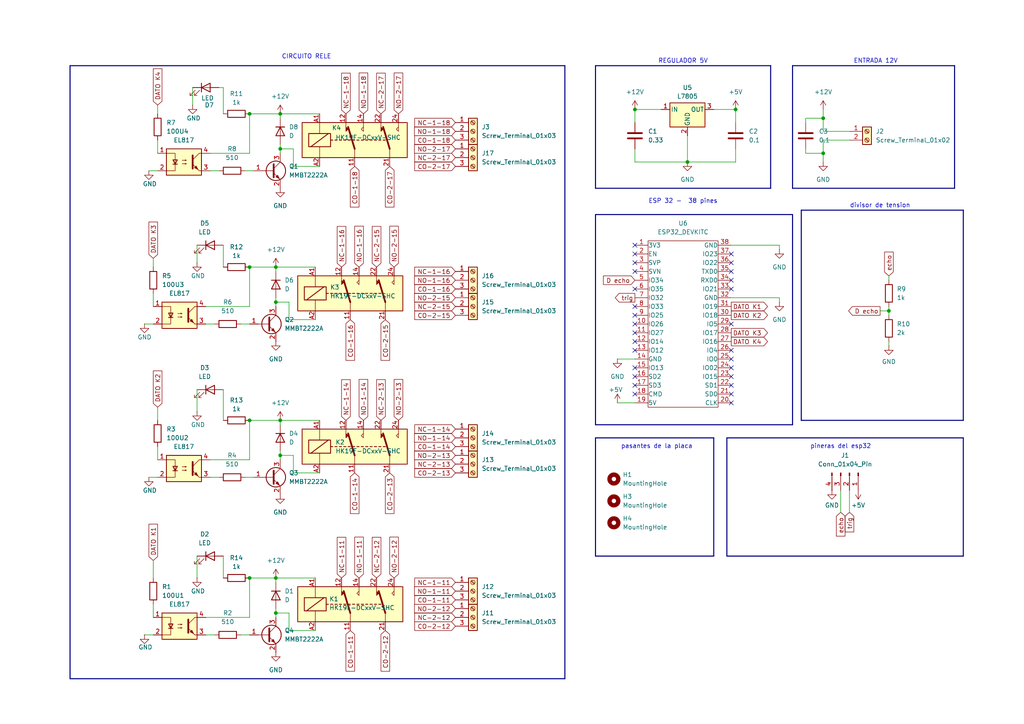
<source format=kicad_sch>
(kicad_sch (version 20250114) (generator "eeschema") (generator_version "9.0")
  (paper "A4")
  (lib_symbols
    (symbol "Connector:Conn_01x04_Pin" (pin_names (offset 1.016) (hide yes))
      (property "Reference" "J" (at 0 5.08 0))
      (property "Value" "Conn_01x04_Pin" (at 0 -7.62 0))
      (symbol "Conn_01x04_Pin_1_1"
        (pin passive line (at 5.08 2.54 180) (length 3.81) (name "Pin_1") (number "1"))
        (pin passive line (at 5.08 0 180) (length 3.81) (name "Pin_2") (number "2"))
        (pin passive line (at 5.08 -2.54 180) (length 3.81) (name "Pin_3") (number "3"))
        (pin passive line (at 5.08 -5.08 180) (length 3.81) (name "Pin_4") (number "4"))
      )
    )
    (symbol "Connector:Screw_Terminal_01x02" (pin_names (offset 1.016) (hide yes))
      (property "Reference" "J" (at 0 2.54 0))
      (property "Value" "Screw_Terminal_01x02" (at 0 -5.08 0))
      (symbol "Screw_Terminal_01x02_1_1"
        (pin passive line (at -5.08 0 0) (length 3.81) (name "Pin_1") (number "1"))
        (pin passive line (at -5.08 -2.54 0) (length 3.81) (name "Pin_2") (number "2"))
      )
    )
    (symbol "Connector:Screw_Terminal_01x03" (pin_names (offset 1.016) (hide yes))
      (property "Reference" "J" (at 0 5.08 0))
      (property "Value" "Screw_Terminal_01x03" (at 0 -5.08 0))
      (symbol "Screw_Terminal_01x03_1_1"
        (pin passive line (at -5.08 2.54 0) (length 3.81) (name "Pin_1") (number "1"))
        (pin passive line (at -5.08 0 0) (length 3.81) (name "Pin_2") (number "2"))
        (pin passive line (at -5.08 -2.54 0) (length 3.81) (name "Pin_3") (number "3"))
      )
    )
    (symbol "Device:C" (pin_numbers (hide yes)) (pin_names (offset 0.254))
      (property "Reference" "C" (at 0.635 2.54 0))
      (property "Value" "C" (at 0.635 -2.54 0))
      (symbol "C_1_1"
        (pin passive line (at 0 3.81 270) (length 2.794) (name "~") (number "1"))
        (pin passive line (at 0 -3.81 90) (length 2.794) (name "~") (number "2"))
      )
    )
    (symbol "Device:D" (pin_numbers (hide yes)) (pin_names (offset 1.016) (hide yes))
      (property "Reference" "D" (at 0 2.54 0))
      (property "Value" "D" (at 0 -2.54 0))
      (symbol "D_1_1"
        (pin passive line (at -3.81 0 0) (length 2.54) (name "K") (number "1"))
        (pin passive line (at 3.81 0 180) (length 2.54) (name "A") (number "2"))
      )
    )
    (symbol "Device:LED" (pin_numbers (hide yes)) (pin_names (offset 1.016) (hide yes))
      (property "Reference" "D" (at 0 2.54 0))
      (property "Value" "LED" (at 0 -2.54 0))
      (symbol "LED_1_1"
        (pin passive line (at -3.81 0 0) (length 2.54) (name "K") (number "1"))
        (pin passive line (at 3.81 0 180) (length 2.54) (name "A") (number "2"))
      )
    )
    (symbol "Device:R" (pin_numbers (hide yes)) (pin_names (offset 0))
      (property "Reference" "R" (at 2.032 0 90))
      (property "Value" "R" (at 0 0 90))
      (symbol "R_1_1"
        (pin passive line (at 0 3.81 270) (length 1.27) (name "~") (number "1"))
        (pin passive line (at 0 -3.81 90) (length 1.27) (name "~") (number "2"))
      )
    )
    (symbol "EESTN5:ESP32_DEVKITC" (pin_names (offset 0.0254))
      (property "Reference" "U" (at 0 25.4 0))
      (property "Value" "ESP32_DEVKITC" (at 0 -25.4 0))
      (symbol "ESP32_DEVKITC_1_1"
        (pin passive line (at -13.97 22.86 0) (length 3.81) (name "3V3") (number "1"))
        (pin passive line (at -13.97 20.32 0) (length 3.81) (name "EN") (number "2"))
        (pin passive line (at -13.97 17.78 0) (length 3.81) (name "SVP") (number "3"))
        (pin passive line (at -13.97 15.24 0) (length 3.81) (name "SVN") (number "4"))
        (pin passive line (at -13.97 12.7 0) (length 3.81) (name "IO34") (number "5"))
        (pin passive line (at -13.97 10.16 0) (length 3.81) (name "IO35") (number "6"))
        (pin passive line (at -13.97 7.62 0) (length 3.81) (name "IO32") (number "7"))
        (pin passive line (at -13.97 5.08 0) (length 3.81) (name "IO33") (number "8"))
        (pin passive line (at -13.97 2.54 0) (length 3.81) (name "IO25") (number "9"))
        (pin passive line (at -13.97 0 0) (length 3.81) (name "IO26") (number "10"))
        (pin passive line (at -13.97 -2.54 0) (length 3.81) (name "IO27") (number "11"))
        (pin passive line (at -13.97 -5.08 0) (length 3.81) (name "IO14") (number "12"))
        (pin passive line (at -13.97 -7.62 0) (length 3.81) (name "IO12") (number "13"))
        (pin passive line (at -13.97 -10.16 0) (length 3.81) (name "GND") (number "14"))
        (pin passive line (at -13.97 -12.7 0) (length 3.81) (name "IO13") (number "15"))
        (pin passive line (at -13.97 -15.24 0) (length 3.81) (name "SD2") (number "16"))
        (pin passive line (at -13.97 -17.78 0) (length 3.81) (name "SD3") (number "17"))
        (pin passive line (at -13.97 -20.32 0) (length 3.81) (name "CMD") (number "18"))
        (pin passive line (at -13.97 -22.86 0) (length 3.81) (name "5V") (number "19"))
        (pin passive line (at 13.97 22.86 180) (length 3.81) (name "GND") (number "38"))
        (pin passive line (at 13.97 20.32 180) (length 3.81) (name "IO23") (number "37"))
        (pin passive line (at 13.97 17.78 180) (length 3.81) (name "IO22") (number "36"))
        (pin passive line (at 13.97 15.24 180) (length 3.81) (name "TXD0") (number "35"))
        (pin passive line (at 13.97 12.7 180) (length 3.81) (name "RXD0") (number "34"))
        (pin passive line (at 13.97 10.16 180) (length 3.81) (name "IO21") (number "33"))
        (pin passive line (at 13.97 7.62 180) (length 3.81) (name "GND") (number "32"))
        (pin passive line (at 13.97 5.08 180) (length 3.81) (name "IO19") (number "31"))
        (pin passive line (at 13.97 2.54 180) (length 3.81) (name "IO18") (number "30"))
        (pin passive line (at 13.97 0 180) (length 3.81) (name "IO5") (number "29"))
        (pin passive line (at 13.97 -2.54 180) (length 3.81) (name "IO17") (number "28"))
        (pin passive line (at 13.97 -5.08 180) (length 3.81) (name "IO16") (number "27"))
        (pin passive line (at 13.97 -7.62 180) (length 3.81) (name "IO4") (number "26"))
        (pin passive line (at 13.97 -10.16 180) (length 3.81) (name "IO0") (number "25"))
        (pin passive line (at 13.97 -12.7 180) (length 3.81) (name "IO02") (number "24"))
        (pin passive line (at 13.97 -15.24 180) (length 3.81) (name "IO15") (number "23"))
        (pin passive line (at 13.97 -17.78 180) (length 3.81) (name "SD1") (number "22"))
        (pin passive line (at 13.97 -20.32 180) (length 3.81) (name "SD0") (number "21"))
        (pin passive line (at 13.97 -22.86 180) (length 3.81) (name "CLK") (number "20"))
      )
    )
    (symbol "Isolator:EL817" (pin_names (offset 1.016))
      (property "Reference" "U" (at -5.08 5.08 0))
      (property "Value" "EL817" (at 0 5.08 0))
      (symbol "EL817_1_1"
        (pin passive line (at -7.62 2.54 0) (length 2.54) (name "~") (number "1"))
        (pin passive line (at -7.62 -2.54 0) (length 2.54) (name "~") (number "2"))
        (pin passive line (at 7.62 2.54 180) (length 2.54) (name "~") (number "4"))
        (pin passive line (at 7.62 -2.54 180) (length 2.54) (name "~") (number "3"))
      )
    )
    (symbol "Mechanical:MountingHole" (pin_names (offset 1.016)) (in_bom no)
      (property "Reference" "H" (at 0 5.08 0))
      (property "Value" "MountingHole" (at 0 3.175 0))
    )
    (symbol "Regulator_Linear:L7805" (pin_names (offset 0.254))
      (property "Reference" "U" (at -3.81 3.175 0))
      (property "Value" "L7805" (at 0 3.175 0))
      (symbol "L7805_1_1"
        (pin power_in line (at -7.62 0 0) (length 2.54) (name "IN") (number "1"))
        (pin power_in line (at 0 -7.62 90) (length 2.54) (name "GND") (number "2"))
        (pin power_out line (at 7.62 0 180) (length 2.54) (name "OUT") (number "3"))
      )
    )
    (symbol "Relay:HK19F-DCxxV-SHC"
      (property "Reference" "K" (at 16.51 3.81 0))
      (property "Value" "HK19F-DCxxV-SHC" (at 16.51 1.27 0))
      (symbol "HK19F-DCxxV-SHC_1_1"
        (pin passive line (at -10.16 7.62 270) (length 2.54) (name "~") (number "A1"))
        (pin passive line (at -10.16 -7.62 90) (length 2.54) (name "~") (number "A2"))
        (pin passive line (at -2.54 7.62 270) (length 2.54) (name "~") (number "12"))
        (pin passive line (at 0 -7.62 90) (length 2.54) (name "~") (number "11"))
        (pin passive line (at 2.54 7.62 270) (length 2.54) (name "~") (number "14"))
        (pin passive line (at 7.62 7.62 270) (length 2.54) (name "~") (number "22"))
        (pin passive line (at 10.16 -7.62 90) (length 2.54) (name "~") (number "21"))
        (pin passive line (at 12.7 7.62 270) (length 2.54) (name "~") (number "24"))
      )
    )
    (symbol "Transistor_BJT:MMBT2222A" (pin_names (offset 0) (hide yes))
      (property "Reference" "Q" (at 5.08 1.905 0))
      (property "Value" "MMBT2222A" (at 5.08 0 0))
      (symbol "MMBT2222A_1_1"
        (pin input line (at -5.08 0 0) (length 2.54) (name "B") (number "1"))
        (pin passive line (at 2.54 5.08 270) (length 2.54) (name "C") (number "3"))
        (pin passive line (at 2.54 -5.08 90) (length 2.54) (name "E") (number "2"))
      )
    )
    (symbol "power:+12C" (power) (pin_numbers (hide yes)) (pin_names (offset 0) (hide yes))
      (property "Value" "+12C" (at 0 3.556 0))
      (symbol "+12C_1_1"
        (pin power_in line (at 0 0 90) (length 0) (name "~") (number "1"))
      )
    )
    (symbol "power:+12V" (power) (pin_numbers (hide yes)) (pin_names (offset 0) (hide yes))
      (property "Value" "+12V" (at 0 3.556 0))
      (symbol "+12V_1_1"
        (pin power_in line (at 0 0 90) (length 0) (name "~") (number "1"))
      )
    )
    (symbol "power:+5V" (power) (pin_numbers (hide yes)) (pin_names (offset 0) (hide yes))
      (property "Value" "+5V" (at 0 3.556 0))
      (symbol "+5V_1_1"
        (pin power_in line (at 0 0 90) (length 0) (name "~") (number "1"))
      )
    )
    (symbol "power:GND" (power) (pin_numbers (hide yes)) (pin_names (offset 0) (hide yes))
      (property "Value" "GND" (at 0 -3.81 0))
      (symbol "GND_1_1"
        (pin power_in line (at 0 0 270) (length 0) (name "~") (number "1"))
      )
    )
  )
  (text "ESP 32 -  38 pines\n" (at 198.12 58.42 0) (effects (font (size 1.27 1.27))))
  (text "ENTRADA 12V\n" (at 254 17.78 0) (effects (font (size 1.27 1.27))))
  (text "pasantes de la placa\n" (at 190.5 129.54 0) (effects (font (size 1.27 1.27))))
  (text "CIRCUITO RELE" (at 88.9 16.51 0) (effects (font (size 1.27 1.27))))
  (text "REGULADOR 5V\n" (at 198.12 17.78 0) (effects (font (size 1.27 1.27))))
  (text "divisor de tension\n" (at 255.27 59.69 0) (effects (font (size 1.27 1.27))))
  (text "pineras del esp32\n" (at 243.84 129.54 0) (effects (font (size 1.27 1.27))))
  (junction (at 72.39 121.92))
  (junction (at 72.39 167.64))
  (junction (at 81.28 33.02))
  (junction (at 184.15 31.75))
  (junction (at 238.76 44.45))
  (junction (at 81.28 132.08))
  (junction (at 80.01 87.63))
  (junction (at 72.39 33.02))
  (junction (at 199.39 46.99))
  (junction (at 81.28 43.18))
  (junction (at 238.76 34.29))
  (junction (at 257.81 90.17))
  (junction (at 80.01 177.8))
  (junction (at 80.01 77.47))
  (junction (at 72.39 77.47))
  (junction (at 80.01 167.64))
  (junction (at 81.28 121.92))
  (junction (at 213.36 31.75))
  (no_connect (at 184.15 96.52))
  (no_connect (at 212.09 106.68))
  (no_connect (at 184.15 83.82))
  (no_connect (at 184.15 99.06))
  (no_connect (at 184.15 106.68))
  (no_connect (at 212.09 109.22))
  (no_connect (at 184.15 76.2))
  (no_connect (at 212.09 114.3))
  (no_connect (at 212.09 116.84))
  (no_connect (at 184.15 114.3))
  (no_connect (at 184.15 71.12))
  (no_connect (at 184.15 109.22))
  (no_connect (at 212.09 73.66))
  (no_connect (at 184.15 101.6))
  (no_connect (at 184.15 111.76))
  (no_connect (at 212.09 101.6))
  (no_connect (at 184.15 78.74))
  (no_connect (at 212.09 83.82))
  (no_connect (at 212.09 111.76))
  (no_connect (at 212.09 76.2))
  (no_connect (at 184.15 93.98))
  (no_connect (at 212.09 81.28))
  (no_connect (at 212.09 104.14))
  (no_connect (at 212.09 93.98))
  (no_connect (at 184.15 88.9))
  (no_connect (at 184.15 91.44))
  (no_connect (at 212.09 78.74))
  (no_connect (at 184.15 73.66))
  (wire (pts (xy 45.72 40.64) (xy 45.72 44.45)))
  (wire (pts (xy 91.44 92.71) (xy 83.82 92.71)))
  (wire (pts (xy 60.96 138.43) (xy 63.5 138.43)))
  (wire (pts (xy 43.18 49.53) (xy 45.72 49.53)))
  (wire (pts (xy 64.77 25.4) (xy 63.5 25.4)))
  (bus (pts (xy 223.52 54.61) (xy 172.72 54.61)))
  (wire (pts (xy 80.01 77.47) (xy 80.01 78.74)))
  (wire (pts (xy 81.28 33.02) (xy 81.28 34.29)))
  (bus (pts (xy 232.41 60.96) (xy 279.4 60.96)))
  (wire (pts (xy 60.96 49.53) (xy 63.5 49.53)))
  (bus (pts (xy 172.72 161.29) (xy 207.01 161.29)))
  (wire (pts (xy 81.28 130.81) (xy 81.28 132.08)))
  (wire (pts (xy 60.96 44.45) (xy 72.39 44.45)))
  (wire (pts (xy 72.39 167.64) (xy 72.39 179.07)))
  (wire (pts (xy 81.28 33.02) (xy 92.71 33.02)))
  (wire (pts (xy 69.85 93.98) (xy 72.39 93.98)))
  (wire (pts (xy 226.06 86.36) (xy 212.09 86.36)))
  (wire (pts (xy 41.91 184.15) (xy 44.45 184.15)))
  (wire (pts (xy 43.18 138.43) (xy 45.72 138.43)))
  (wire (pts (xy 59.69 184.15) (xy 62.23 184.15)))
  (bus (pts (xy 229.87 62.23) (xy 229.87 123.19)))
  (wire (pts (xy 184.15 46.99) (xy 199.39 46.99)))
  (wire (pts (xy 246.38 40.64) (xy 238.76 40.64)))
  (wire (pts (xy 72.39 167.64) (xy 80.01 167.64)))
  (bus (pts (xy 279.4 161.29) (xy 279.4 127)))
  (wire (pts (xy 59.69 93.98) (xy 62.23 93.98)))
  (wire (pts (xy 57.15 71.12) (xy 57.15 76.2)))
  (wire (pts (xy 81.28 132.08) (xy 85.09 132.08)))
  (bus (pts (xy 20.32 19.05) (xy 163.83 19.05)))
  (wire (pts (xy 80.01 177.8) (xy 83.82 177.8)))
  (wire (pts (xy 72.39 33.02) (xy 81.28 33.02)))
  (bus (pts (xy 172.72 127) (xy 172.72 161.29)))
  (wire (pts (xy 238.76 44.45) (xy 238.76 46.99)))
  (wire (pts (xy 83.82 92.71) (xy 83.82 87.63)))
  (wire (pts (xy 257.81 90.17) (xy 257.81 91.44)))
  (wire (pts (xy 64.77 33.02) (xy 64.77 25.4)))
  (wire (pts (xy 233.68 35.56) (xy 233.68 34.29)))
  (wire (pts (xy 238.76 34.29) (xy 238.76 38.1)))
  (wire (pts (xy 238.76 31.75) (xy 238.76 34.29)))
  (bus (pts (xy 232.41 60.96) (xy 232.41 121.92)))
  (wire (pts (xy 255.27 90.17) (xy 257.81 90.17)))
  (wire (pts (xy 184.15 31.75) (xy 184.15 35.56)))
  (wire (pts (xy 80.01 176.53) (xy 80.01 177.8)))
  (wire (pts (xy 71.12 49.53) (xy 73.66 49.53)))
  (wire (pts (xy 257.81 80.01) (xy 257.81 81.28)))
  (bus (pts (xy 229.87 54.61) (xy 276.86 54.61)))
  (wire (pts (xy 41.91 93.98) (xy 44.45 93.98)))
  (wire (pts (xy 233.68 43.18) (xy 233.68 44.45)))
  (wire (pts (xy 59.69 179.07) (xy 72.39 179.07)))
  (wire (pts (xy 44.45 175.26) (xy 44.45 179.07)))
  (wire (pts (xy 226.06 87.63) (xy 226.06 86.36)))
  (wire (pts (xy 243.84 142.24) (xy 243.84 148.59)))
  (bus (pts (xy 229.87 19.05) (xy 276.86 19.05)))
  (wire (pts (xy 213.36 46.99) (xy 213.36 43.18)))
  (wire (pts (xy 257.81 88.9) (xy 257.81 90.17)))
  (wire (pts (xy 69.85 184.15) (xy 72.39 184.15)))
  (wire (pts (xy 238.76 40.64) (xy 238.76 44.45)))
  (wire (pts (xy 257.81 99.06) (xy 257.81 100.33)))
  (wire (pts (xy 81.28 132.08) (xy 81.28 133.35)))
  (wire (pts (xy 80.01 86.36) (xy 80.01 87.63)))
  (wire (pts (xy 207.01 31.75) (xy 213.36 31.75)))
  (wire (pts (xy 44.45 85.09) (xy 44.45 88.9)))
  (wire (pts (xy 80.01 87.63) (xy 80.01 88.9)))
  (bus (pts (xy 172.72 19.05) (xy 223.52 19.05)))
  (wire (pts (xy 81.28 121.92) (xy 92.71 121.92)))
  (wire (pts (xy 45.72 129.54) (xy 45.72 133.35)))
  (wire (pts (xy 191.77 31.75) (xy 184.15 31.75)))
  (wire (pts (xy 45.72 118.11) (xy 45.72 121.92)))
  (wire (pts (xy 80.01 87.63) (xy 83.82 87.63)))
  (wire (pts (xy 64.77 113.03) (xy 64.77 121.92)))
  (wire (pts (xy 55.88 25.4) (xy 55.88 30.48)))
  (wire (pts (xy 80.01 177.8) (xy 80.01 179.07)))
  (bus (pts (xy 210.82 127) (xy 279.4 127)))
  (wire (pts (xy 45.72 30.48) (xy 45.72 33.02)))
  (wire (pts (xy 81.28 43.18) (xy 85.09 43.18)))
  (wire (pts (xy 179.07 104.14) (xy 184.15 104.14)))
  (wire (pts (xy 44.45 74.93) (xy 44.45 77.47)))
  (bus (pts (xy 172.72 62.23) (xy 172.72 123.19)))
  (wire (pts (xy 92.71 48.26) (xy 85.09 48.26)))
  (wire (pts (xy 184.15 43.18) (xy 184.15 46.99)))
  (wire (pts (xy 85.09 137.16) (xy 85.09 132.08)))
  (wire (pts (xy 80.01 167.64) (xy 80.01 168.91)))
  (wire (pts (xy 72.39 121.92) (xy 72.39 133.35)))
  (wire (pts (xy 59.69 88.9) (xy 72.39 88.9)))
  (wire (pts (xy 81.28 121.92) (xy 81.28 123.19)))
  (bus (pts (xy 172.72 62.23) (xy 229.87 62.23)))
  (wire (pts (xy 72.39 33.02) (xy 72.39 44.45)))
  (wire (pts (xy 72.39 77.47) (xy 80.01 77.47)))
  (wire (pts (xy 199.39 46.99) (xy 213.36 46.99)))
  (wire (pts (xy 238.76 38.1) (xy 246.38 38.1)))
  (bus (pts (xy 172.72 19.05) (xy 172.72 54.61)))
  (bus (pts (xy 163.83 196.85) (xy 163.83 19.05)))
  (bus (pts (xy 210.82 161.29) (xy 279.4 161.29)))
  (wire (pts (xy 57.15 113.03) (xy 57.15 119.38)))
  (bus (pts (xy 207.01 161.29) (xy 207.01 127)))
  (wire (pts (xy 72.39 77.47) (xy 72.39 88.9)))
  (wire (pts (xy 80.01 167.64) (xy 91.44 167.64)))
  (wire (pts (xy 246.38 142.24) (xy 246.38 148.59)))
  (bus (pts (xy 210.82 127) (xy 210.82 161.29)))
  (bus (pts (xy 276.86 19.05) (xy 276.86 54.61)))
  (wire (pts (xy 81.28 41.91) (xy 81.28 43.18)))
  (wire (pts (xy 92.71 137.16) (xy 85.09 137.16)))
  (wire (pts (xy 64.77 77.47) (xy 64.77 71.12)))
  (wire (pts (xy 72.39 121.92) (xy 81.28 121.92)))
  (bus (pts (xy 229.87 123.19) (xy 172.72 123.19)))
  (wire (pts (xy 199.39 39.37) (xy 199.39 46.99)))
  (wire (pts (xy 179.07 116.84) (xy 184.15 116.84)))
  (wire (pts (xy 64.77 167.64) (xy 64.77 161.29)))
  (wire (pts (xy 91.44 182.88) (xy 83.82 182.88)))
  (wire (pts (xy 233.68 34.29) (xy 238.76 34.29)))
  (wire (pts (xy 81.28 43.18) (xy 81.28 44.45)))
  (wire (pts (xy 233.68 44.45) (xy 238.76 44.45)))
  (wire (pts (xy 85.09 48.26) (xy 85.09 43.18)))
  (wire (pts (xy 226.06 71.12) (xy 226.06 72.39)))
  (bus (pts (xy 229.87 54.61) (xy 229.87 19.05)))
  (wire (pts (xy 213.36 31.75) (xy 213.36 35.56)))
  (bus (pts (xy 20.32 196.85) (xy 163.83 196.85)))
  (wire (pts (xy 57.15 161.29) (xy 57.15 167.64)))
  (bus (pts (xy 172.72 127) (xy 207.01 127)))
  (bus (pts (xy 279.4 121.92) (xy 279.4 60.96)))
  (bus (pts (xy 232.41 121.92) (xy 279.4 121.92)))
  (wire (pts (xy 212.09 71.12) (xy 226.06 71.12)))
  (wire (pts (xy 80.01 77.47) (xy 91.44 77.47)))
  (wire (pts (xy 71.12 138.43) (xy 73.66 138.43)))
  (bus (pts (xy 223.52 19.05) (xy 223.52 54.61)))
  (bus (pts (xy 20.32 19.05) (xy 20.32 196.85)))
  (wire (pts (xy 83.82 182.88) (xy 83.82 177.8)))
  (wire (pts (xy 60.96 133.35) (xy 72.39 133.35)))
  (wire (pts (xy 44.45 162.56) (xy 44.45 167.64)))
  (global_label "NC-1-18" (shape input) (at 100.33 33.02 90) (property "Intersheetrefs" "${INTERSHEET_REFS}" (effects (hide yes))))
  (global_label "NC-2-15" (shape input) (at 132.08 88.9 180) (property "Intersheetrefs" "${INTERSHEET_REFS}" (effects (hide yes))))
  (global_label "NO-2-15" (shape input) (at 114.3 77.47 90) (property "Intersheetrefs" "${INTERSHEET_REFS}" (effects (hide yes))))
  (global_label "NO-2-13" (shape input) (at 115.57 121.92 90) (property "Intersheetrefs" "${INTERSHEET_REFS}" (effects (hide yes))))
  (global_label "NO-2-13" (shape input) (at 132.08 132.08 180) (property "Intersheetrefs" "${INTERSHEET_REFS}" (effects (hide yes))))
  (global_label "CO-1-11" (shape input) (at 132.08 173.99 180) (property "Intersheetrefs" "${INTERSHEET_REFS}" (effects (hide yes))))
  (global_label "NC-2-12" (shape input) (at 132.08 179.07 180) (property "Intersheetrefs" "${INTERSHEET_REFS}" (effects (hide yes))))
  (global_label "NO-1-18" (shape input) (at 105.41 33.02 90) (property "Intersheetrefs" "${INTERSHEET_REFS}" (effects (hide yes))))
  (global_label "NO-2-17" (shape input) (at 132.08 43.18 180) (property "Intersheetrefs" "${INTERSHEET_REFS}" (effects (hide yes))))
  (global_label "NC-2-13" (shape input) (at 132.08 134.62 180) (property "Intersheetrefs" "${INTERSHEET_REFS}" (effects (hide yes))))
  (global_label "CO-2-12" (shape input) (at 132.08 181.61 180) (property "Intersheetrefs" "${INTERSHEET_REFS}" (effects (hide yes))))
  (global_label "NC-2-13" (shape input) (at 110.49 121.92 90) (property "Intersheetrefs" "${INTERSHEET_REFS}" (effects (hide yes))))
  (global_label "NO-1-16" (shape input) (at 104.14 77.47 90) (property "Intersheetrefs" "${INTERSHEET_REFS}" (effects (hide yes))))
  (global_label "DATO K4" (shape input) (at 45.72 30.48 90) (property "Intersheetrefs" "${INTERSHEET_REFS}" (effects (hide yes))))
  (global_label "CO-2-12" (shape input) (at 111.76 182.88 270) (property "Intersheetrefs" "${INTERSHEET_REFS}" (effects (hide yes))))
  (global_label "CO-2-15" (shape input) (at 111.76 92.71 270) (property "Intersheetrefs" "${INTERSHEET_REFS}" (effects (hide yes))))
  (global_label "NO-2-12" (shape input) (at 114.3 167.64 90) (property "Intersheetrefs" "${INTERSHEET_REFS}" (effects (hide yes))))
  (global_label "NO-1-11" (shape input) (at 132.08 171.45 180) (property "Intersheetrefs" "${INTERSHEET_REFS}" (effects (hide yes))))
  (global_label "CO-2-15" (shape input) (at 132.08 91.44 180) (property "Intersheetrefs" "${INTERSHEET_REFS}" (effects (hide yes))))
  (global_label "echo" (shape input) (at 243.84 148.59 270) (property "Intersheetrefs" "${INTERSHEET_REFS}" (effects (hide yes))))
  (global_label "NC-1-11" (shape input) (at 132.08 168.91 180) (property "Intersheetrefs" "${INTERSHEET_REFS}" (effects (hide yes))))
  (global_label "NC-2-17" (shape input) (at 132.08 45.72 180) (property "Intersheetrefs" "${INTERSHEET_REFS}" (effects (hide yes))))
  (global_label "D echo" (shape output) (at 255.27 90.17 180) (property "Intersheetrefs" "${INTERSHEET_REFS}" (effects (hide yes))))
  (global_label "NO-1-16" (shape input) (at 132.08 81.28 180) (property "Intersheetrefs" "${INTERSHEET_REFS}" (effects (hide yes))))
  (global_label "CO-2-17" (shape input) (at 132.08 48.26 180) (property "Intersheetrefs" "${INTERSHEET_REFS}" (effects (hide yes))))
  (global_label "DATO K1" (shape input) (at 44.45 162.56 90) (property "Intersheetrefs" "${INTERSHEET_REFS}" (effects (hide yes))))
  (global_label "NC-1-16" (shape input) (at 99.06 77.47 90) (property "Intersheetrefs" "${INTERSHEET_REFS}" (effects (hide yes))))
  (global_label "CO-2-13" (shape input) (at 113.03 137.16 270) (property "Intersheetrefs" "${INTERSHEET_REFS}" (effects (hide yes))))
  (global_label "echo" (shape input) (at 257.81 80.01 90) (property "Intersheetrefs" "${INTERSHEET_REFS}" (effects (hide yes))))
  (global_label "NO-2-15" (shape input) (at 132.08 86.36 180) (property "Intersheetrefs" "${INTERSHEET_REFS}" (effects (hide yes))))
  (global_label "NC-1-18" (shape input) (at 132.08 35.56 180) (property "Intersheetrefs" "${INTERSHEET_REFS}" (effects (hide yes))))
  (global_label "CO-1-16" (shape input) (at 132.08 83.82 180) (property "Intersheetrefs" "${INTERSHEET_REFS}" (effects (hide yes))))
  (global_label "NC-1-11" (shape input) (at 99.06 167.64 90) (property "Intersheetrefs" "${INTERSHEET_REFS}" (effects (hide yes))))
  (global_label "NC-2-17" (shape input) (at 110.49 33.02 90) (property "Intersheetrefs" "${INTERSHEET_REFS}" (effects (hide yes))))
  (global_label "CO-1-18" (shape input) (at 132.08 40.64 180) (property "Intersheetrefs" "${INTERSHEET_REFS}" (effects (hide yes))))
  (global_label "CO-1-18" (shape input) (at 102.87 48.26 270) (property "Intersheetrefs" "${INTERSHEET_REFS}" (effects (hide yes))))
  (global_label "D echo" (shape input) (at 184.15 81.28 180) (property "Intersheetrefs" "${INTERSHEET_REFS}" (effects (hide yes))))
  (global_label "NO-1-14" (shape input) (at 132.08 127 180) (property "Intersheetrefs" "${INTERSHEET_REFS}" (effects (hide yes))))
  (global_label "NC-1-16" (shape input) (at 132.08 78.74 180) (property "Intersheetrefs" "${INTERSHEET_REFS}" (effects (hide yes))))
  (global_label "CO-1-14" (shape input) (at 102.87 137.16 270) (property "Intersheetrefs" "${INTERSHEET_REFS}" (effects (hide yes))))
  (global_label "NO-2-17" (shape input) (at 115.57 33.02 90) (property "Intersheetrefs" "${INTERSHEET_REFS}" (effects (hide yes))))
  (global_label "NO-1-11" (shape input) (at 104.14 167.64 90) (property "Intersheetrefs" "${INTERSHEET_REFS}" (effects (hide yes))))
  (global_label "NC-1-14" (shape input) (at 132.08 124.46 180) (property "Intersheetrefs" "${INTERSHEET_REFS}" (effects (hide yes))))
  (global_label "trig" (shape output) (at 184.15 86.36 180) (property "Intersheetrefs" "${INTERSHEET_REFS}" (effects (hide yes))))
  (global_label "NC-2-12" (shape input) (at 109.22 167.64 90) (property "Intersheetrefs" "${INTERSHEET_REFS}" (effects (hide yes))))
  (global_label "DATO K4" (shape output) (at 212.09 99.06 0) (property "Intersheetrefs" "${INTERSHEET_REFS}" (effects (hide yes))))
  (global_label "DATO K2" (shape output) (at 212.09 91.44 0) (property "Intersheetrefs" "${INTERSHEET_REFS}" (effects (hide yes))))
  (global_label "DATO K1" (shape output) (at 212.09 88.9 0) (property "Intersheetrefs" "${INTERSHEET_REFS}" (effects (hide yes))))
  (global_label "NC-1-14" (shape input) (at 100.33 121.92 90) (property "Intersheetrefs" "${INTERSHEET_REFS}" (effects (hide yes))))
  (global_label "trig" (shape input) (at 246.38 148.59 270) (property "Intersheetrefs" "${INTERSHEET_REFS}" (effects (hide yes))))
  (global_label "CO-2-13" (shape input) (at 132.08 137.16 180) (property "Intersheetrefs" "${INTERSHEET_REFS}" (effects (hide yes))))
  (global_label "CO-1-11" (shape input) (at 101.6 182.88 270) (property "Intersheetrefs" "${INTERSHEET_REFS}" (effects (hide yes))))
  (global_label "DATO K3" (shape input) (at 44.45 74.93 90) (property "Intersheetrefs" "${INTERSHEET_REFS}" (effects (hide yes))))
  (global_label "CO-2-17" (shape input) (at 113.03 48.26 270) (property "Intersheetrefs" "${INTERSHEET_REFS}" (effects (hide yes))))
  (global_label "NO-1-18" (shape input) (at 132.08 38.1 180) (property "Intersheetrefs" "${INTERSHEET_REFS}" (effects (hide yes))))
  (global_label "NO-1-14" (shape input) (at 105.41 121.92 90) (property "Intersheetrefs" "${INTERSHEET_REFS}" (effects (hide yes))))
  (global_label "DATO K2" (shape input) (at 45.72 118.11 90) (property "Intersheetrefs" "${INTERSHEET_REFS}" (effects (hide yes))))
  (global_label "NO-2-12" (shape input) (at 132.08 176.53 180) (property "Intersheetrefs" "${INTERSHEET_REFS}" (effects (hide yes))))
  (global_label "CO-1-16" (shape input) (at 101.6 92.71 270) (property "Intersheetrefs" "${INTERSHEET_REFS}" (effects (hide yes))))
  (global_label "NC-2-15" (shape input) (at 109.22 77.47 90) (property "Intersheetrefs" "${INTERSHEET_REFS}" (effects (hide yes))))
  (global_label "DATO K3" (shape output) (at 212.09 96.52 0) (property "Intersheetrefs" "${INTERSHEET_REFS}" (effects (hide yes))))
  (global_label "CO-1-14" (shape input) (at 132.08 129.54 180) (property "Intersheetrefs" "${INTERSHEET_REFS}" (effects (hide yes))))
  (symbol (lib_id "Mechanical:MountingHole") (at 178.054 145.288 0) (unit 1) (in_bom no)
    (property "Reference" "H3" (at 180.594 144.0179 0) (effects (justify left)))
    (property "Value" "MountingHole" (at 180.594 146.5579 0) (effects (justify left)))
    (property "Footprint" "MountingHole:MountingHole_2.1mm" (effects (hide yes)))
    (property "Description" "Mounting Hole without connection" (effects (hide yes)))
  )
  (symbol (lib_id "power:GND") (at 257.81 100.33 0) (unit 1)
    (property "Reference" "#PWR015" (effects (hide yes)))
    (property "Value" "GND" (at 257.81 104.902 0))
    (property "Description" "Power symbol creates a global label with name \"GND\" , ground" (effects (hide yes)))
  )
  (symbol (lib_id "Transistor_BJT:MMBT2222A") (at 77.47 184.15 0) (unit 1)
    (property "Reference" "Q4" (at 82.55 182.8799 0) (effects (justify left)))
    (property "Value" "MMBT2222A" (at 82.55 185.4199 0) (effects (justify left)))
    (property "Footprint" "Package_TO_SOT_SMD:SOT-23" (effects (hide yes)))
    (property "Datasheet" "https://assets.nexperia.com/documents/data-sheet/MMBT2222A.pdf" (effects (hide yes)))
    (property "Description" "600mA Ic, 40V Vce, NPN Transistor, SOT-23" (effects (hide yes)))
  )
  (symbol (lib_id "Transistor_BJT:MMBT2222A") (at 78.74 49.53 0) (unit 1)
    (property "Reference" "Q1" (at 83.82 48.2599 0) (effects (justify left)))
    (property "Value" "MMBT2222A" (at 83.82 50.7999 0) (effects (justify left)))
    (property "Footprint" "Package_TO_SOT_SMD:SOT-23" (effects (hide yes)))
    (property "Datasheet" "https://assets.nexperia.com/documents/data-sheet/MMBT2222A.pdf" (effects (hide yes)))
    (property "Description" "600mA Ic, 40V Vce, NPN Transistor, SOT-23" (effects (hide yes)))
  )
  (symbol (lib_id "Isolator:EL817") (at 52.07 91.44 0) (unit 1)
    (property "Reference" "U3" (at 52.07 82.55 0))
    (property "Value" "EL817" (at 52.07 85.09 0))
    (property "Footprint" "Package_DIP:DIP-4_W7.62mm" (effects (hide yes)))
    (property "Datasheet" "http://www.everlight.com/file/ProductFile/EL817.pdf" (effects (hide yes)))
    (property "Description" "DC Optocoupler, Vce 35V, DIP-4" (effects (hide yes)))
  )
  (symbol (lib_id "power:GND") (at 80.01 99.06 0) (unit 1)
    (property "Reference" "#PWR06" (effects (hide yes)))
    (property "Value" "GND" (at 80.01 104.14 0))
    (property "Description" "Power symbol creates a global label with name \"GND\" , ground" (effects (hide yes)))
  )
  (symbol (lib_id "Device:C") (at 184.15 39.37 0) (unit 1)
    (property "Reference" "C1" (at 187.96 38.0999 0) (effects (justify left)))
    (property "Value" "0.33" (at 187.96 40.6399 0) (effects (justify left)))
    (property "Footprint" "Capacitor_SMD:C_0805_2012Metric" (effects (hide yes)))
    (property "Description" "Unpolarized capacitor" (effects (hide yes)))
  )
  (symbol (lib_id "Device:LED") (at 60.96 161.29 0) (unit 1)
    (property "Reference" "D2" (at 59.3725 154.94 0))
    (property "Value" "LED" (at 59.3725 157.48 0))
    (property "Footprint" "LED_SMD:LED_0805_2012Metric" (effects (hide yes)))
    (property "Description" "Light emitting diode" (effects (hide yes)))
    (property "Sim.Pins" "1=K 2=A" (effects (hide yes)))
  )
  (symbol (lib_id "Connector:Screw_Terminal_01x03") (at 137.16 134.62 0) (unit 1)
    (property "Reference" "J13" (at 139.7 133.3499 0) (effects (justify left)))
    (property "Value" "Screw_Terminal_01x03" (at 139.7 135.8899 0) (effects (justify left)))
    (property "Footprint" "TerminalBlock:TerminalBlock_Xinya_XY308-2.54-3P_1x03_P2.54mm_Horizontal" (effects (hide yes)))
    (property "Description" "Generic screw terminal, single row, 01x03, script generated (kicad-library-utils/schlib/autogen/connector/)" (effects (hide yes)))
  )
  (symbol (lib_id "Connector:Screw_Terminal_01x03") (at 137.16 45.72 0) (unit 1)
    (property "Reference" "J17" (at 139.7 44.4499 0) (effects (justify left)))
    (property "Value" "Screw_Terminal_01x03" (at 139.7 46.9899 0) (effects (justify left)))
    (property "Footprint" "TerminalBlock:TerminalBlock_Xinya_XY308-2.54-3P_1x03_P2.54mm_Horizontal" (effects (hide yes)))
    (property "Description" "Generic screw terminal, single row, 01x03, script generated (kicad-library-utils/schlib/autogen/connector/)" (effects (hide yes)))
  )
  (symbol (lib_id "Mechanical:MountingHole") (at 178.054 151.638 0) (unit 1) (in_bom no)
    (property "Reference" "H4" (at 180.594 150.3679 0) (effects (justify left)))
    (property "Value" "MountingHole" (at 180.594 152.9079 0) (effects (justify left)))
    (property "Footprint" "MountingHole:MountingHole_2.1mm" (effects (hide yes)))
    (property "Description" "Mounting Hole without connection" (effects (hide yes)))
  )
  (symbol (lib_id "Regulator_Linear:L7805") (at 199.39 31.75 0) (unit 1)
    (property "Reference" "U5" (at 199.39 25.4 0))
    (property "Value" "L7805" (at 199.39 27.94 0))
    (property "Footprint" "Package_TO_SOT_SMD:TO-263-3_TabPin2" (effects (hide yes)))
    (property "Datasheet" "http://www.st.com/content/ccc/resource/technical/document/datasheet/41/4f/b3/b0/12/d4/47/88/CD00000444.pdf/files/CD00000444.pdf/jcr:content/translations/en.CD00000444.pdf" (effects (hide yes)))
    (property "Description" "Positive 1.5A 35V Linear Regulator, Fixed Output 5V, TO-220/TO-263/TO-252" (effects (hide yes)))
  )
  (symbol (lib_id "power:GND") (at 238.76 46.99 0) (unit 1)
    (property "Reference" "#PWR013" (effects (hide yes)))
    (property "Value" "GND" (at 238.76 52.07 0))
    (property "Description" "Power symbol creates a global label with name \"GND\" , ground" (effects (hide yes)))
  )
  (symbol (lib_id "Relay:HK19F-DCxxV-SHC") (at 102.87 129.54 0) (unit 1)
    (property "Reference" "K2" (at 97.282 128.27 0) (effects (justify left)))
    (property "Value" "HK19F-DCxxV-SHC" (at 97.282 130.81 0) (effects (justify left)))
    (property "Footprint" "Relay_THT:Relay_DPDT_Finder_30.22" (effects (hide yes)))
    (property "Datasheet" "https://www.lcsc.com/datasheet/lcsc_datasheet_1810201512_Ningbo-Keke-New-Era-Appliance-HK19F-DC12V-SHG_C42803.pdf" (effects (hide yes)))
    (property "Description" "HuiKe 19F monostable relay, DPDT, 1A" (effects (hide yes)))
  )
  (symbol (lib_id "Relay:HK19F-DCxxV-SHC") (at 101.6 175.26 0) (unit 1)
    (property "Reference" "K1" (at 95.504 173.736 0) (effects (justify left)))
    (property "Value" "HK19F-DCxxV-SHC" (at 95.504 176.276 0) (effects (justify left)))
    (property "Footprint" "Relay_THT:Relay_DPDT_Finder_30.22" (effects (hide yes)))
    (property "Datasheet" "https://www.lcsc.com/datasheet/lcsc_datasheet_1810201512_Ningbo-Keke-New-Era-Appliance-HK19F-DC12V-SHG_C42803.pdf" (effects (hide yes)))
    (property "Description" "HuiKe 19F monostable relay, DPDT, 1A" (effects (hide yes)))
  )
  (symbol (lib_id "Transistor_BJT:MMBT2222A") (at 77.47 93.98 0) (unit 1)
    (property "Reference" "Q2" (at 82.55 92.7099 0) (effects (justify left)))
    (property "Value" "MMBT2222A" (at 82.55 95.2499 0) (effects (justify left)))
    (property "Footprint" "Package_TO_SOT_SMD:SOT-23" (effects (hide yes)))
    (property "Datasheet" "https://assets.nexperia.com/documents/data-sheet/MMBT2222A.pdf" (effects (hide yes)))
    (property "Description" "600mA Ic, 40V Vce, NPN Transistor, SOT-23" (effects (hide yes)))
  )
  (symbol (lib_id "Connector:Conn_01x04_Pin") (at 246.38 137.16 270) (unit 1)
    (property "Reference" "J1" (at 245.11 132.08 90))
    (property "Value" "Conn_01x04_Pin" (at 245.11 134.62 90))
    (property "Footprint" "Connector_PinHeader_2.54mm:PinHeader_1x04_P2.54mm_Vertical" (effects (hide yes)))
    (property "Description" "Generic connector, single row, 01x04, script generated" (effects (hide yes)))
  )
  (symbol (lib_id "Transistor_BJT:MMBT2222A") (at 78.74 138.43 0) (unit 1)
    (property "Reference" "Q3" (at 83.82 137.1599 0) (effects (justify left)))
    (property "Value" "MMBT2222A" (at 83.82 139.6999 0) (effects (justify left)))
    (property "Footprint" "Package_TO_SOT_SMD:SOT-23" (effects (hide yes)))
    (property "Datasheet" "https://assets.nexperia.com/documents/data-sheet/MMBT2222A.pdf" (effects (hide yes)))
    (property "Description" "600mA Ic, 40V Vce, NPN Transistor, SOT-23" (effects (hide yes)))
  )
  (symbol (lib_id "power:GND") (at 80.01 189.23 0) (unit 1)
    (property "Reference" "#PWR01" (effects (hide yes)))
    (property "Value" "GND" (at 80.01 194.31 0))
    (property "Description" "Power symbol creates a global label with name \"GND\" , ground" (effects (hide yes)))
  )
  (symbol (lib_id "power:GND") (at 57.15 119.38 0) (unit 1)
    (property "Reference" "#PWR027" (effects (hide yes)))
    (property "Value" "GND" (at 55.372 123.19 0) (effects (justify left)))
    (property "Description" "Power symbol creates a global label with name \"GND\" , ground" (effects (hide yes)))
  )
  (symbol (lib_id "Device:R") (at 68.58 167.64 90) (unit 1)
    (property "Reference" "R14" (at 68.58 161.798 90))
    (property "Value" "1k" (at 68.58 164.338 90))
    (property "Footprint" "Resistor_SMD:R_0805_2012Metric" (effects (hide yes)))
    (property "Description" "Resistor" (effects (hide yes)))
  )
  (symbol (lib_id "Connector:Screw_Terminal_01x03") (at 137.16 38.1 0) (unit 1)
    (property "Reference" "J3" (at 139.7 36.8299 0) (effects (justify left)))
    (property "Value" "Screw_Terminal_01x03" (at 139.7 39.3699 0) (effects (justify left)))
    (property "Footprint" "TerminalBlock:TerminalBlock_Xinya_XY308-2.54-3P_1x03_P2.54mm_Horizontal" (effects (hide yes)))
    (property "Description" "Generic screw terminal, single row, 01x03, script generated (kicad-library-utils/schlib/autogen/connector/)" (effects (hide yes)))
  )
  (symbol (lib_id "power:GND") (at 226.06 72.39 0) (unit 1)
    (property "Reference" "#PWR023" (effects (hide yes)))
    (property "Value" "GND" (at 226.06 77.47 0))
    (property "Description" "Power symbol creates a global label with name \"GND\" , ground" (effects (hide yes)))
  )
  (symbol (lib_id "Device:R") (at 45.72 125.73 0) (unit 1)
    (property "Reference" "R3" (at 48.26 124.4599 0) (effects (justify left)))
    (property "Value" "100" (at 48.26 126.9999 0) (effects (justify left)))
    (property "Footprint" "Resistor_SMD:R_0805_2012Metric" (effects (hide yes)))
    (property "Description" "Resistor" (effects (hide yes)))
  )
  (symbol (lib_id "Device:LED") (at 59.69 25.4 0) (unit 1)
    (property "Reference" "D7" (at 60.706 30.48 0))
    (property "Value" "LED" (at 60.198 28.448 0))
    (property "Footprint" "LED_SMD:LED_0805_2012Metric" (effects (hide yes)))
    (property "Description" "Light emitting diode" (effects (hide yes)))
    (property "Sim.Pins" "1=K 2=A" (effects (hide yes)))
  )
  (symbol (lib_id "Device:R") (at 68.58 33.02 90) (unit 1)
    (property "Reference" "R11" (at 68.58 27.178 90))
    (property "Value" "1k" (at 68.58 29.718 90))
    (property "Footprint" "Resistor_SMD:R_0805_2012Metric" (effects (hide yes)))
    (property "Description" "Resistor" (effects (hide yes)))
  )
  (symbol (lib_id "Device:LED") (at 60.96 71.12 0) (unit 1)
    (property "Reference" "D5" (at 59.3725 64.77 0))
    (property "Value" "LED" (at 59.3725 67.31 0))
    (property "Footprint" "LED_SMD:LED_0805_2012Metric" (effects (hide yes)))
    (property "Description" "Light emitting diode" (effects (hide yes)))
    (property "Sim.Pins" "1=K 2=A" (effects (hide yes)))
  )
  (symbol (lib_id "power:GND") (at 57.15 167.64 0) (unit 1)
    (property "Reference" "#PWR028" (effects (hide yes)))
    (property "Value" "GND" (at 55.372 171.45 0) (effects (justify left)))
    (property "Description" "Power symbol creates a global label with name \"GND\" , ground" (effects (hide yes)))
  )
  (symbol (lib_id "power:+12V") (at 81.28 121.92 0) (unit 1)
    (property "Reference" "#PWR019" (effects (hide yes)))
    (property "Value" "+12V" (at 81.28 116.84 0))
    (property "Description" "Power symbol creates a global label with name \"+12V\"" (effects (hide yes)))
  )
  (symbol (lib_id "power:GND") (at 43.18 138.43 0) (unit 1)
    (property "Reference" "#PWR03" (effects (hide yes)))
    (property "Value" "GND" (at 41.402 142.24 0) (effects (justify left)))
    (property "Description" "Power symbol creates a global label with name \"GND\" , ground" (effects (hide yes)))
  )
  (symbol (lib_id "Device:D") (at 80.01 172.72 270) (unit 1)
    (property "Reference" "D1" (at 82.55 171.4499 90) (effects (justify left)))
    (property "Value" "D" (at 82.55 173.9899 90) (effects (justify left)))
    (property "Footprint" "Diode_SMD:D_SMA" (effects (hide yes)))
    (property "Description" "Diode" (effects (hide yes)))
    (property "Sim.Device" "D" (effects (hide yes)))
    (property "Sim.Pins" "1=K 2=A" (effects (hide yes)))
  )
  (symbol (lib_id "power:+5V") (at 179.07 116.84 0) (unit 1)
    (property "Reference" "#PWR025" (effects (hide yes)))
    (property "Value" "+5V" (at 176.53 113.03 0) (effects (justify left)))
    (property "Description" "Power symbol creates a global label with name \"+5V\"" (effects (hide yes)))
  )
  (symbol (lib_id "power:GND") (at 241.3 142.24 0) (unit 1)
    (property "Reference" "#PWR017" (effects (hide yes)))
    (property "Value" "GND" (at 241.3 146.558 0))
    (property "Description" "Power symbol creates a global label with name \"GND\" , ground" (effects (hide yes)))
  )
  (symbol (lib_id "Device:D") (at 81.28 38.1 270) (unit 1)
    (property "Reference" "D8" (at 83.82 36.8299 90) (effects (justify left)))
    (property "Value" "D" (at 83.82 39.3699 90) (effects (justify left)))
    (property "Footprint" "Diode_SMD:D_SMA" (effects (hide yes)))
    (property "Description" "Diode" (effects (hide yes)))
    (property "Sim.Device" "D" (effects (hide yes)))
    (property "Sim.Pins" "1=K 2=A" (effects (hide yes)))
  )
  (symbol (lib_id "Relay:HK19F-DCxxV-SHC") (at 102.87 40.64 0) (unit 1)
    (property "Reference" "K4" (at 96.266 37.084 0) (effects (justify left)))
    (property "Value" "HK19F-DCxxV-SHC" (at 97.282 39.878 0) (effects (justify left)))
    (property "Footprint" "Relay_THT:Relay_DPDT_Finder_30.22" (effects (hide yes)))
    (property "Datasheet" "https://www.lcsc.com/datasheet/lcsc_datasheet_1810201512_Ningbo-Keke-New-Era-Appliance-HK19F-DC12V-SHG_C42803.pdf" (effects (hide yes)))
    (property "Description" "HuiKe 19F monostable relay, DPDT, 1A" (effects (hide yes)))
  )
  (symbol (lib_id "Isolator:EL817") (at 53.34 135.89 0) (unit 1)
    (property "Reference" "U2" (at 53.34 127 0))
    (property "Value" "EL817" (at 53.34 129.54 0))
    (property "Footprint" "Package_DIP:DIP-4_W7.62mm" (effects (hide yes)))
    (property "Datasheet" "http://www.everlight.com/file/ProductFile/EL817.pdf" (effects (hide yes)))
    (property "Description" "DC Optocoupler, Vce 35V, DIP-4" (effects (hide yes)))
  )
  (symbol (lib_id "power:GND") (at 199.39 46.99 0) (unit 1)
    (property "Reference" "#PWR09" (effects (hide yes)))
    (property "Value" "GND" (at 199.39 52.07 0))
    (property "Description" "Power symbol creates a global label with name \"GND\" , ground" (effects (hide yes)))
  )
  (symbol (lib_id "Connector:Screw_Terminal_01x03") (at 137.16 171.45 0) (unit 1)
    (property "Reference" "J12" (at 139.7 170.1799 0) (effects (justify left)))
    (property "Value" "Screw_Terminal_01x03" (at 139.7 172.7199 0) (effects (justify left)))
    (property "Footprint" "TerminalBlock:TerminalBlock_Xinya_XY308-2.54-3P_1x03_P2.54mm_Horizontal" (effects (hide yes)))
    (property "Description" "Generic screw terminal, single row, 01x03, script generated (kicad-library-utils/schlib/autogen/connector/)" (effects (hide yes)))
  )
  (symbol (lib_id "power:GND") (at 57.15 76.2 0) (unit 1)
    (property "Reference" "#PWR026" (effects (hide yes)))
    (property "Value" "GND" (at 55.372 80.01 0) (effects (justify left)))
    (property "Description" "Power symbol creates a global label with name \"GND\" , ground" (effects (hide yes)))
  )
  (symbol (lib_id "Connector:Screw_Terminal_01x03") (at 137.16 81.28 0) (unit 1)
    (property "Reference" "J16" (at 139.7 80.0099 0) (effects (justify left)))
    (property "Value" "Screw_Terminal_01x03" (at 139.7 82.5499 0) (effects (justify left)))
    (property "Footprint" "TerminalBlock:TerminalBlock_Xinya_XY308-2.54-3P_1x03_P2.54mm_Horizontal" (effects (hide yes)))
    (property "Description" "Generic screw terminal, single row, 01x03, script generated (kicad-library-utils/schlib/autogen/connector/)" (effects (hide yes)))
  )
  (symbol (lib_id "Connector:Screw_Terminal_01x03") (at 137.16 88.9 0) (unit 1)
    (property "Reference" "J15" (at 139.7 87.6299 0) (effects (justify left)))
    (property "Value" "Screw_Terminal_01x03" (at 139.7 90.1699 0) (effects (justify left)))
    (property "Footprint" "TerminalBlock:TerminalBlock_Xinya_XY308-2.54-3P_1x03_P2.54mm_Horizontal" (effects (hide yes)))
    (property "Description" "Generic screw terminal, single row, 01x03, script generated (kicad-library-utils/schlib/autogen/connector/)" (effects (hide yes)))
  )
  (symbol (lib_id "power:GND") (at 226.06 87.63 0) (unit 1)
    (property "Reference" "#PWR022" (effects (hide yes)))
    (property "Value" "GND" (at 226.06 92.71 0))
    (property "Description" "Power symbol creates a global label with name \"GND\" , ground" (effects (hide yes)))
  )
  (symbol (lib_id "Isolator:EL817") (at 53.34 46.99 0) (unit 1)
    (property "Reference" "U4" (at 53.34 38.1 0))
    (property "Value" "EL817" (at 53.34 40.64 0))
    (property "Footprint" "Package_DIP:DIP-4_W7.62mm" (effects (hide yes)))
    (property "Datasheet" "http://www.everlight.com/file/ProductFile/EL817.pdf" (effects (hide yes)))
    (property "Description" "DC Optocoupler, Vce 35V, DIP-4" (effects (hide yes)))
  )
  (symbol (lib_id "Device:R") (at 44.45 81.28 0) (unit 1)
    (property "Reference" "R5" (at 46.99 80.0099 0) (effects (justify left)))
    (property "Value" "100" (at 46.99 82.5499 0) (effects (justify left)))
    (property "Footprint" "Resistor_SMD:R_0805_2012Metric" (effects (hide yes)))
    (property "Description" "Resistor" (effects (hide yes)))
  )
  (symbol (lib_id "power:+12V") (at 81.28 33.02 0) (unit 1)
    (property "Reference" "#PWR021" (effects (hide yes)))
    (property "Value" "+12V" (at 81.28 27.94 0))
    (property "Description" "Power symbol creates a global label with name \"+12V\"" (effects (hide yes)))
  )
  (symbol (lib_id "Isolator:EL817") (at 52.07 181.61 0) (unit 1)
    (property "Reference" "U1" (at 52.07 172.72 0))
    (property "Value" "EL817" (at 52.07 175.26 0))
    (property "Footprint" "Package_DIP:DIP-4_W7.62mm" (effects (hide yes)))
    (property "Datasheet" "http://www.everlight.com/file/ProductFile/EL817.pdf" (effects (hide yes)))
    (property "Description" "DC Optocoupler, Vce 35V, DIP-4" (effects (hide yes)))
  )
  (symbol (lib_id "Mechanical:MountingHole") (at 178.054 138.938 0) (unit 1) (in_bom no)
    (property "Reference" "H1" (at 180.594 137.6679 0) (effects (justify left)))
    (property "Value" "MountingHole" (at 180.594 140.2079 0) (effects (justify left)))
    (property "Footprint" "MountingHole:MountingHole_2.1mm" (effects (hide yes)))
    (property "Description" "Mounting Hole without connection" (effects (hide yes)))
  )
  (symbol (lib_id "Relay:HK19F-DCxxV-SHC") (at 101.6 85.09 0) (unit 1)
    (property "Reference" "K3" (at 95.758 83.312 0) (effects (justify left)))
    (property "Value" "HK19F-DCxxV-SHC" (at 95.758 85.852 0) (effects (justify left)))
    (property "Footprint" "Relay_THT:Relay_DPDT_Finder_30.22" (effects (hide yes)))
    (property "Datasheet" "https://www.lcsc.com/datasheet/lcsc_datasheet_1810201512_Ningbo-Keke-New-Era-Appliance-HK19F-DC12V-SHG_C42803.pdf" (effects (hide yes)))
    (property "Description" "HuiKe 19F monostable relay, DPDT, 1A" (effects (hide yes)))
  )
  (symbol (lib_id "power:GND") (at 55.88 30.48 0) (unit 1)
    (property "Reference" "#PWR024" (effects (hide yes)))
    (property "Value" "GND" (at 54.102 34.29 0) (effects (justify left)))
    (property "Description" "Power symbol creates a global label with name \"GND\" , ground" (effects (hide yes)))
  )
  (symbol (lib_id "power:+12V") (at 80.01 167.64 0) (unit 1)
    (property "Reference" "#PWR018" (effects (hide yes)))
    (property "Value" "+12V" (at 80.01 162.56 0))
    (property "Description" "Power symbol creates a global label with name \"+12V\"" (effects (hide yes)))
  )
  (symbol (lib_id "Device:R") (at 67.31 138.43 90) (unit 1)
    (property "Reference" "R4" (at 67.31 132.08 90))
    (property "Value" "510" (at 67.31 134.62 90))
    (property "Footprint" "Resistor_SMD:R_0805_2012Metric" (effects (hide yes)))
    (property "Description" "Resistor" (effects (hide yes)))
  )
  (symbol (lib_id "power:GND") (at 43.18 49.53 0) (unit 1)
    (property "Reference" "#PWR07" (effects (hide yes)))
    (property "Value" "GND" (at 41.402 53.34 0) (effects (justify left)))
    (property "Description" "Power symbol creates a global label with name \"GND\" , ground" (effects (hide yes)))
  )
  (symbol (lib_id "Device:R") (at 257.81 95.25 0) (unit 1)
    (property "Reference" "R10" (at 260.096 93.9799 0) (effects (justify left)))
    (property "Value" "2k" (at 260.096 96.5199 0) (effects (justify left)))
    (property "Footprint" "Resistor_THT:R_Axial_DIN0204_L3.6mm_D1.6mm_P7.62mm_Horizontal" (effects (hide yes)))
    (property "Description" "Resistor" (effects (hide yes)))
  )
  (symbol (lib_id "power:+5V") (at 213.36 31.75 0) (unit 1)
    (property "Reference" "#PWR011" (effects (hide yes)))
    (property "Value" "+5V" (at 213.36 26.67 0))
    (property "Description" "Power symbol creates a global label with name \"+5V\"" (effects (hide yes)))
  )
  (symbol (lib_id "power:GND") (at 41.91 184.15 0) (unit 1)
    (property "Reference" "#PWR02" (effects (hide yes)))
    (property "Value" "GND" (at 40.132 187.706 0) (effects (justify left)))
    (property "Description" "Power symbol creates a global label with name \"GND\" , ground" (effects (hide yes)))
  )
  (symbol (lib_id "EESTN5:ESP32_DEVKITC") (at 198.12 93.98 0) (unit 1)
    (property "Reference" "U6" (at 198.12 64.77 0))
    (property "Value" "ESP32_DEVKITC" (at 198.12 67.31 0))
    (property "Footprint" "EESTN5:ESP32S" (effects (hide yes)))
    (property "Description" "ESP32-DEVKITC" (effects (hide yes)))
  )
  (symbol (lib_id "power:GND") (at 81.28 143.51 0) (unit 1)
    (property "Reference" "#PWR04" (effects (hide yes)))
    (property "Value" "GND" (at 81.28 148.59 0))
    (property "Description" "Power symbol creates a global label with name \"GND\" , ground" (effects (hide yes)))
  )
  (symbol (lib_id "Device:C") (at 213.36 39.37 0) (unit 1)
    (property "Reference" "C2" (at 217.17 38.0999 0) (effects (justify left)))
    (property "Value" "0.1" (at 217.17 40.6399 0) (effects (justify left)))
    (property "Footprint" "Capacitor_SMD:C_0805_2012Metric" (effects (hide yes)))
    (property "Description" "Unpolarized capacitor" (effects (hide yes)))
  )
  (symbol (lib_id "power:GND") (at 41.91 93.98 0) (unit 1)
    (property "Reference" "#PWR05" (effects (hide yes)))
    (property "Value" "GND" (at 39.878 97.79 0) (effects (justify left)))
    (property "Description" "Power symbol creates a global label with name \"GND\" , ground" (effects (hide yes)))
  )
  (symbol (lib_id "Device:R") (at 66.04 93.98 90) (unit 1)
    (property "Reference" "R6" (at 66.04 87.63 90))
    (property "Value" "510" (at 66.04 90.17 90))
    (property "Footprint" "Resistor_SMD:R_0805_2012Metric" (effects (hide yes)))
    (property "Description" "Resistor" (effects (hide yes)))
  )
  (symbol (lib_id "Device:D") (at 80.01 82.55 270) (unit 1)
    (property "Reference" "D6" (at 82.55 81.2799 90) (effects (justify left)))
    (property "Value" "D" (at 82.55 83.8199 90) (effects (justify left)))
    (property "Footprint" "Diode_SMD:D_SMA" (effects (hide yes)))
    (property "Description" "Diode" (effects (hide yes)))
    (property "Sim.Device" "D" (effects (hide yes)))
    (property "Sim.Pins" "1=K 2=A" (effects (hide yes)))
  )
  (symbol (lib_id "Device:R") (at 45.72 36.83 0) (unit 1)
    (property "Reference" "R7" (at 48.26 35.5599 0) (effects (justify left)))
    (property "Value" "100" (at 48.26 38.0999 0) (effects (justify left)))
    (property "Footprint" "Resistor_SMD:R_0805_2012Metric" (effects (hide yes)))
    (property "Description" "Resistor" (effects (hide yes)))
  )
  (symbol (lib_id "power:+5V") (at 248.92 142.24 180) (unit 1)
    (property "Reference" "#PWR016" (effects (hide yes)))
    (property "Value" "+5V" (at 248.92 146.558 0))
    (property "Description" "Power symbol creates a global label with name \"+5V\"" (effects (hide yes)))
  )
  (symbol (lib_id "Device:R") (at 67.31 49.53 90) (unit 1)
    (property "Reference" "R8" (at 67.31 43.18 90))
    (property "Value" "510" (at 67.31 45.72 90))
    (property "Footprint" "Resistor_SMD:R_0805_2012Metric" (effects (hide yes)))
    (property "Description" "Resistor" (effects (hide yes)))
  )
  (symbol (lib_id "power:+12C") (at 184.15 31.75 0) (unit 1)
    (property "Reference" "#PWR010" (effects (hide yes)))
    (property "Value" "+12V" (at 184.15 26.67 0))
    (property "Description" "Power symbol creates a global label with name \"+12C\"" (effects (hide yes)))
  )
  (symbol (lib_id "Device:D") (at 81.28 127 270) (unit 1)
    (property "Reference" "D4" (at 83.82 125.7299 90) (effects (justify left)))
    (property "Value" "D" (at 83.82 128.2699 90) (effects (justify left)))
    (property "Footprint" "Diode_SMD:D_SMA" (effects (hide yes)))
    (property "Description" "Diode" (effects (hide yes)))
    (property "Sim.Device" "D" (effects (hide yes)))
    (property "Sim.Pins" "1=K 2=A" (effects (hide yes)))
  )
  (symbol (lib_id "Device:R") (at 68.58 77.47 90) (unit 1)
    (property "Reference" "R12" (at 68.58 71.628 90))
    (property "Value" "1k" (at 68.58 74.168 90))
    (property "Footprint" "Resistor_SMD:R_0805_2012Metric" (effects (hide yes)))
    (property "Description" "Resistor" (effects (hide yes)))
  )
  (symbol (lib_id "power:+12V") (at 80.01 77.47 0) (unit 1)
    (property "Reference" "#PWR020" (effects (hide yes)))
    (property "Value" "+12V" (at 80.01 72.39 0))
    (property "Description" "Power symbol creates a global label with name \"+12V\"" (effects (hide yes)))
  )
  (symbol (lib_id "Device:C") (at 233.68 39.37 0) (unit 1)
    (property "Reference" "C3" (at 237.49 38.0999 0) (effects (justify left)))
    (property "Value" "0.1" (at 237.49 40.6399 0) (effects (justify left)))
    (property "Footprint" "Capacitor_THT:C_Radial_D5.0mm_H5.0mm_P2.00mm" (effects (hide yes)))
    (property "Description" "Unpolarized capacitor" (effects (hide yes)))
  )
  (symbol (lib_id "power:GND") (at 81.28 54.61 0) (unit 1)
    (property "Reference" "#PWR08" (effects (hide yes)))
    (property "Value" "GND" (at 81.28 59.69 0))
    (property "Description" "Power symbol creates a global label with name \"GND\" , ground" (effects (hide yes)))
  )
  (symbol (lib_id "power:GND") (at 179.07 104.14 0) (unit 1)
    (property "Reference" "#PWR014" (effects (hide yes)))
    (property "Value" "GND" (at 179.07 109.22 0))
    (property "Description" "Power symbol creates a global label with name \"GND\" , ground" (effects (hide yes)))
  )
  (symbol (lib_id "Device:R") (at 66.04 184.15 90) (unit 1)
    (property "Reference" "R2" (at 66.04 177.8 90))
    (property "Value" "510" (at 66.04 180.34 90))
    (property "Footprint" "Resistor_SMD:R_0805_2012Metric" (effects (hide yes)))
    (property "Description" "Resistor" (effects (hide yes)))
  )
  (symbol (lib_id "Device:R") (at 44.45 171.45 0) (unit 1)
    (property "Reference" "R1" (at 46.99 170.1799 0) (effects (justify left)))
    (property "Value" "100" (at 46.99 172.7199 0) (effects (justify left)))
    (property "Footprint" "Resistor_SMD:R_0805_2012Metric" (effects (hide yes)))
    (property "Description" "Resistor" (effects (hide yes)))
  )
  (symbol (lib_id "power:+12V") (at 238.76 31.75 0) (unit 1)
    (property "Reference" "#PWR012" (effects (hide yes)))
    (property "Value" "+12V" (at 238.76 26.67 0))
    (property "Description" "Power symbol creates a global label with name \"+12V\"" (effects (hide yes)))
  )
  (symbol (lib_id "Device:LED") (at 60.96 113.03 0) (unit 1)
    (property "Reference" "D3" (at 59.3725 106.68 0))
    (property "Value" "LED" (at 59.3725 109.22 0))
    (property "Footprint" "LED_SMD:LED_0805_2012Metric" (effects (hide yes)))
    (property "Description" "Light emitting diode" (effects (hide yes)))
    (property "Sim.Pins" "1=K 2=A" (effects (hide yes)))
  )
  (symbol (lib_id "Connector:Screw_Terminal_01x02") (at 251.46 38.1 0) (unit 1)
    (property "Reference" "J2" (at 254 38.0999 0) (effects (justify left)))
    (property "Value" "Screw_Terminal_01x02" (at 254 40.6399 0) (effects (justify left)))
    (property "Footprint" "TerminalBlock:TerminalBlock_MaiXu_MX126-5.0-02P_1x02_P5.00mm" (effects (hide yes)))
    (property "Description" "Generic screw terminal, single row, 01x02, script generated (kicad-library-utils/schlib/autogen/connector/)" (effects (hide yes)))
  )
  (symbol (lib_id "Connector:Screw_Terminal_01x03") (at 137.16 127 0) (unit 1)
    (property "Reference" "J14" (at 139.7 125.7299 0) (effects (justify left)))
    (property "Value" "Screw_Terminal_01x03" (at 139.7 128.2699 0) (effects (justify left)))
    (property "Footprint" "TerminalBlock:TerminalBlock_Xinya_XY308-2.54-3P_1x03_P2.54mm_Horizontal" (effects (hide yes)))
    (property "Description" "Generic screw terminal, single row, 01x03, script generated (kicad-library-utils/schlib/autogen/connector/)" (effects (hide yes)))
  )
  (symbol (lib_id "Connector:Screw_Terminal_01x03") (at 137.16 179.07 0) (unit 1)
    (property "Reference" "J11" (at 139.7 177.7999 0) (effects (justify left)))
    (property "Value" "Screw_Terminal_01x03" (at 139.7 180.3399 0) (effects (justify left)))
    (property "Footprint" "TerminalBlock:TerminalBlock_Xinya_XY308-2.54-3P_1x03_P2.54mm_Horizontal" (effects (hide yes)))
    (property "Description" "Generic screw terminal, single row, 01x03, script generated (kicad-library-utils/schlib/autogen/connector/)" (effects (hide yes)))
  )
  (symbol (lib_id "Device:R") (at 68.58 121.92 90) (unit 1)
    (property "Reference" "R13" (at 68.58 116.078 90))
    (property "Value" "1k" (at 68.58 118.618 90))
    (property "Footprint" "Resistor_SMD:R_0805_2012Metric" (effects (hide yes)))
    (property "Description" "Resistor" (effects (hide yes)))
  )
  (symbol (lib_id "Device:R") (at 257.81 85.09 0) (unit 1)
    (property "Reference" "R9" (at 260.096 83.8199 0) (effects (justify left)))
    (property "Value" "1k" (at 260.096 86.3599 0) (effects (justify left)))
    (property "Footprint" "Resistor_THT:R_Axial_DIN0204_L3.6mm_D1.6mm_P7.62mm_Horizontal" (effects (hide yes)))
    (property "Description" "Resistor" (effects (hide yes)))
  )
)
</source>
